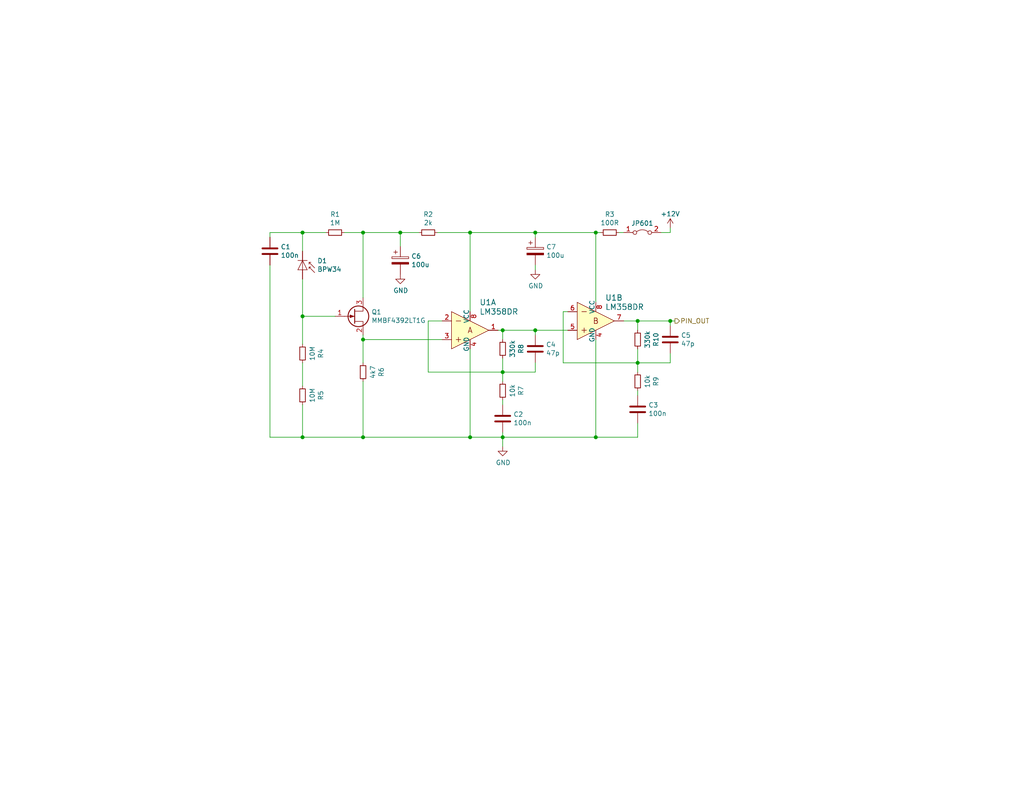
<source format=kicad_sch>
(kicad_sch (version 20230121) (generator eeschema)
  (paper "USLetter")
  (lib_symbols
    (symbol "Device:C" (pin_numbers hide) (pin_names (offset 0.254))
      (property "Reference" "C" (at 0.635 2.54 0))
      (property "Value" "C" (at 0.635 -2.54 0))
      (symbol "C_0_1"
        (polyline (pts (xy -2.032 -0.762) (xy 2.032 -0.762)) (stroke (width 0.508)))
        (polyline (pts (xy -2.032 0.762) (xy 2.032 0.762)) (stroke (width 0.508)))
      )
      (symbol "C_1_1"
        (pin passive line (at 0 3.81 270) (length 2.794) (name "~") (number "1"))
        (pin passive line (at 0 -3.81 90) (length 2.794) (name "~") (number "2"))
      )
    )
    (symbol "Device:R_Small" (pin_numbers hide) (pin_names (offset 0.254) hide)
      (property "Reference" "R" (at 0.762 0.508 0))
      (property "Value" "R_Small" (at 0.762 -1.016 0))
      (symbol "R_Small_0_1"
        (rectangle (start -0.762 1.778) (end 0.762 -1.778) (stroke (width 0.2032)))
      )
      (symbol "R_Small_1_1"
        (pin passive line (at 0 2.54 270) (length 0.762) (name "~") (number "1"))
        (pin passive line (at 0 -2.54 90) (length 0.762) (name "~") (number "2"))
      )
    )
    (symbol "Jumper:Jumper_2_Bridged" (pin_names (offset 0) hide)
      (property "Reference" "JP" (at 0 1.905 0))
      (property "Value" "Jumper_2_Bridged" (at 0 -2.54 0))
      (symbol "Jumper_2_Bridged_0_0"
        (circle (center -2.032 0) (radius 0.508))
        (circle (center 2.032 0) (radius 0.508))
      )
      (symbol "Jumper_2_Bridged_0_1"
        (arc (start 1.524 0.254) (mid 0 0.762) (end -1.524 0.254))
      )
      (symbol "Jumper_2_Bridged_1_1"
        (pin passive line (at -5.08 0 0) (length 2.54) (name "A") (number "1"))
        (pin passive line (at 5.08 0 180) (length 2.54) (name "B") (number "2"))
      )
    )
    (symbol "PIN_Radiation_Detector-rescue:CP-Device" (pin_numbers hide) (pin_names (offset 0.254))
      (property "Reference" "C" (at 0.635 2.54 0))
      (property "Value" "CP-Device" (at 0.635 -2.54 0))
      (symbol "CP-Device_0_1"
        (rectangle (start -2.286 0.508) (end 2.286 1.016))
        (polyline (pts (xy -1.778 2.286) (xy -0.762 2.286)))
        (polyline (pts (xy -1.27 2.794) (xy -1.27 1.778)))
        (rectangle (start 2.286 -0.508) (end -2.286 -1.016) (fill (type outline)))
      )
      (symbol "CP-Device_1_1"
        (pin passive line (at 0 3.81 270) (length 2.794) (name "~") (number "1"))
        (pin passive line (at 0 -3.81 90) (length 2.794) (name "~") (number "2"))
      )
    )
    (symbol "PIN_Radiation_Detector-rescue:LM358DR-dk_Linear-Amplifiers-Instrumentation-OP-Amps-Buffer-Amps" (pin_names (offset 0))
      (property "Reference" "U" (at -5.08 7.62 0))
      (property "Value" "LM358DR-dk_Linear-Amplifiers-Instrumentation-OP-Amps-Buffer-Amps" (at 2.54 -5.08 0))
      (symbol "LM358DR-dk_Linear-Amplifiers-Instrumentation-OP-Amps-Buffer-Amps_0_0"
        (polyline (pts (xy -3.81 -2.54) (xy -2.54 -2.54)))
        (polyline (pts (xy -3.81 2.54) (xy -2.54 2.54)))
        (polyline (pts (xy -3.175 -1.905) (xy -3.175 -3.175)))
        (polyline (pts (xy -5.08 5.08) (xy -5.08 -5.08) (xy 5.08 0) (xy -5.08 5.08)) (fill (type background)))
      )
      (symbol "LM358DR-dk_Linear-Amplifiers-Instrumentation-OP-Amps-Buffer-Amps_1_0"
        (text "A" (at 0 0 0) (effects (font (size 1.524 1.524))))
      )
      (symbol "LM358DR-dk_Linear-Amplifiers-Instrumentation-OP-Amps-Buffer-Amps_1_1"
        (pin output line (at 7.62 0 180) (length 2.54) (name "~") (number "1"))
        (pin input line (at -7.62 2.54 0) (length 2.54) (name "~") (number "2"))
        (pin input line (at -7.62 -2.54 0) (length 2.54) (name "~") (number "3"))
        (pin power_in line (at 0 -5.08 90) (length 2.54) (name "GND") (number "4"))
        (pin power_in line (at 0 5.08 270) (length 2.54) (name "VCC") (number "8"))
      )
      (symbol "LM358DR-dk_Linear-Amplifiers-Instrumentation-OP-Amps-Buffer-Amps_2_0"
        (text "B" (at 0 0 0) (effects (font (size 1.524 1.524))))
      )
      (symbol "LM358DR-dk_Linear-Amplifiers-Instrumentation-OP-Amps-Buffer-Amps_2_1"
        (pin power_in line (at 0 -5.08 90) (length 2.54) (name "GND") (number "4"))
        (pin input line (at -7.62 -2.54 0) (length 2.54) (name "~") (number "5"))
        (pin input line (at -7.62 2.54 0) (length 2.54) (name "~") (number "6"))
        (pin output line (at 7.62 0 180) (length 2.54) (name "~") (number "7"))
        (pin power_in line (at 0 5.08 270) (length 2.54) (name "VCC") (number "8"))
      )
    )
    (symbol "Sensor_Optical:BPW34" (pin_numbers hide) (pin_names (offset 1.016) hide)
      (property "Reference" "D" (at 0.508 1.778 0))
      (property "Value" "BPW34" (at -1.016 -2.794 0))
      (symbol "BPW34_0_1"
        (polyline (pts (xy -2.54 1.27) (xy -2.54 -1.27)) (stroke (width 0.1524)))
        (polyline (pts (xy -2.032 1.778) (xy -1.524 1.778)))
        (polyline (pts (xy 0 -1.27) (xy 0 1.27)))
        (polyline (pts (xy 0 0) (xy -2.54 0)))
        (polyline (pts (xy -0.508 3.302) (xy -2.032 1.778) (xy -2.032 2.286)))
        (polyline (pts (xy 0 1.27) (xy -2.54 0) (xy 0 -1.27)))
        (polyline (pts (xy 0.762 3.302) (xy -0.762 1.778) (xy -0.762 2.286) (xy -0.762 1.778) (xy -0.254 1.778)))
      )
      (symbol "BPW34_1_1"
        (pin passive line (at -5.08 0 0) (length 2.54) (name "K") (number "1"))
        (pin passive line (at 2.54 0 180) (length 2.54) (name "A") (number "2"))
      )
    )
    (symbol "Transistor_FET:BF245B" (pin_names hide)
      (property "Reference" "Q" (at 5.08 1.905 0))
      (property "Value" "BF245B" (at 5.08 0 0))
      (symbol "BF245B_0_1"
        (polyline (pts (xy 0.254 0) (xy -2.54 0)))
        (polyline (pts (xy 0.254 1.905) (xy 0.254 -1.905)) (stroke (width 0.254)))
        (polyline (pts (xy 2.54 -2.54) (xy 2.54 -1.397) (xy 0.254 -1.397)))
        (polyline (pts (xy 2.54 2.54) (xy 2.54 1.397) (xy 0.254 1.397)))
        (polyline (pts (xy 0 0) (xy -1.016 0.381) (xy -1.016 -0.381) (xy 0 0)) (fill (type outline)))
        (circle (center 1.27 0) (radius 2.8194) (stroke (width 0.254)))
      )
      (symbol "BF245B_1_1"
        (pin input line (at -5.08 0 0) (length 2.54) (name "G") (number "1"))
        (pin passive line (at 2.54 -5.08 90) (length 2.54) (name "S") (number "2"))
        (pin passive line (at 2.54 5.08 270) (length 2.54) (name "D") (number "3"))
      )
    )
    (symbol "power:+12V" (power) (pin_names (offset 0))
      (property "Value" "+12V" (at 0 3.556 0))
      (symbol "+12V_0_1"
        (polyline (pts (xy -0.762 1.27) (xy 0 2.54)))
        (polyline (pts (xy 0 0) (xy 0 2.54)))
        (polyline (pts (xy 0 2.54) (xy 0.762 1.27)))
      )
      (symbol "+12V_1_1"
        (pin power_in line (at 0 0 90) (length 0) hide (name "+12V") (number "1"))
      )
    )
    (symbol "power:GND" (power) (pin_names (offset 0))
      (property "Value" "GND" (at 0 -3.81 0))
      (symbol "GND_0_1"
        (polyline (pts (xy 0 0) (xy 0 -1.27) (xy 1.27 -1.27) (xy 0 -2.54) (xy -1.27 -1.27) (xy 0 -1.27)))
      )
      (symbol "GND_1_1"
        (pin power_in line (at 0 0 270) (length 0) hide (name "GND") (number "1"))
      )
    )
  )
  (junction (at 109.22 63.5))
  (junction (at 82.55 86.36))
  (junction (at 173.99 87.63))
  (junction (at 137.16 101.6))
  (junction (at 99.06 63.5))
  (junction (at 146.05 63.5))
  (junction (at 182.88 87.63))
  (junction (at 128.27 63.5))
  (junction (at 99.06 92.71))
  (junction (at 128.27 119.38))
  (junction (at 137.16 90.17))
  (junction (at 162.56 119.38))
  (junction (at 162.56 63.5))
  (junction (at 99.06 119.38))
  (junction (at 173.99 99.06))
  (junction (at 146.05 90.17))
  (junction (at 82.55 63.5))
  (junction (at 137.16 119.38))
  (junction (at 82.55 119.38))
  (wire (pts (xy 153.67 85.09) (xy 153.67 99.06)))
  (wire (pts (xy 119.38 63.5) (xy 128.27 63.5)))
  (wire (pts (xy 109.22 67.31) (xy 109.22 63.5)))
  (wire (pts (xy 182.88 99.06) (xy 173.99 99.06)))
  (wire (pts (xy 128.27 63.5) (xy 146.05 63.5)))
  (wire (pts (xy 146.05 72.39) (xy 146.05 73.66)))
  (wire (pts (xy 137.16 101.6) (xy 137.16 104.14)))
  (wire (pts (xy 82.55 86.36) (xy 82.55 93.98)))
  (wire (pts (xy 99.06 119.38) (xy 128.27 119.38)))
  (wire (pts (xy 109.22 63.5) (xy 114.3 63.5)))
  (wire (pts (xy 99.06 81.28) (xy 99.06 63.5)))
  (wire (pts (xy 180.34 63.5) (xy 182.88 63.5)))
  (wire (pts (xy 116.84 87.63) (xy 116.84 101.6)))
  (wire (pts (xy 73.66 72.39) (xy 73.66 119.38)))
  (wire (pts (xy 91.44 86.36) (xy 82.55 86.36)))
  (wire (pts (xy 137.16 118.11) (xy 137.16 119.38)))
  (wire (pts (xy 146.05 101.6) (xy 146.05 99.06)))
  (wire (pts (xy 154.94 85.09) (xy 153.67 85.09)))
  (wire (pts (xy 168.91 63.5) (xy 170.18 63.5)))
  (wire (pts (xy 146.05 64.77) (xy 146.05 63.5)))
  (wire (pts (xy 162.56 63.5) (xy 163.83 63.5)))
  (wire (pts (xy 82.55 63.5) (xy 88.9 63.5)))
  (wire (pts (xy 128.27 119.38) (xy 137.16 119.38)))
  (wire (pts (xy 137.16 119.38) (xy 162.56 119.38)))
  (wire (pts (xy 184.15 87.63) (xy 182.88 87.63)))
  (wire (pts (xy 128.27 95.25) (xy 128.27 119.38)))
  (wire (pts (xy 120.65 87.63) (xy 116.84 87.63)))
  (wire (pts (xy 173.99 99.06) (xy 173.99 101.6)))
  (wire (pts (xy 173.99 106.68) (xy 173.99 107.95)))
  (wire (pts (xy 73.66 119.38) (xy 82.55 119.38)))
  (wire (pts (xy 137.16 110.49) (xy 137.16 109.22)))
  (wire (pts (xy 182.88 87.63) (xy 182.88 88.9)))
  (wire (pts (xy 162.56 119.38) (xy 173.99 119.38)))
  (wire (pts (xy 162.56 92.71) (xy 162.56 119.38)))
  (wire (pts (xy 170.18 87.63) (xy 173.99 87.63)))
  (wire (pts (xy 137.16 90.17) (xy 146.05 90.17)))
  (wire (pts (xy 146.05 101.6) (xy 137.16 101.6)))
  (wire (pts (xy 99.06 63.5) (xy 109.22 63.5)))
  (wire (pts (xy 146.05 63.5) (xy 162.56 63.5)))
  (wire (pts (xy 162.56 63.5) (xy 162.56 82.55)))
  (wire (pts (xy 82.55 119.38) (xy 99.06 119.38)))
  (wire (pts (xy 99.06 92.71) (xy 99.06 99.06)))
  (wire (pts (xy 153.67 99.06) (xy 173.99 99.06)))
  (wire (pts (xy 137.16 97.79) (xy 137.16 101.6)))
  (wire (pts (xy 116.84 101.6) (xy 137.16 101.6)))
  (wire (pts (xy 135.89 90.17) (xy 137.16 90.17)))
  (wire (pts (xy 137.16 119.38) (xy 137.16 121.92)))
  (wire (pts (xy 82.55 86.36) (xy 82.55 76.2)))
  (wire (pts (xy 146.05 90.17) (xy 146.05 91.44)))
  (wire (pts (xy 182.88 63.5) (xy 182.88 62.23)))
  (wire (pts (xy 173.99 87.63) (xy 173.99 90.17)))
  (wire (pts (xy 173.99 99.06) (xy 173.99 95.25)))
  (wire (pts (xy 99.06 91.44) (xy 99.06 92.71)))
  (wire (pts (xy 128.27 63.5) (xy 128.27 85.09)))
  (wire (pts (xy 99.06 104.14) (xy 99.06 119.38)))
  (wire (pts (xy 137.16 90.17) (xy 137.16 92.71)))
  (wire (pts (xy 182.88 99.06) (xy 182.88 96.52)))
  (wire (pts (xy 99.06 92.71) (xy 120.65 92.71)))
  (wire (pts (xy 99.06 63.5) (xy 93.98 63.5)))
  (wire (pts (xy 82.55 99.06) (xy 82.55 105.41)))
  (wire (pts (xy 82.55 68.58) (xy 82.55 63.5)))
  (wire (pts (xy 173.99 115.57) (xy 173.99 119.38)))
  (wire (pts (xy 146.05 90.17) (xy 154.94 90.17)))
  (wire (pts (xy 173.99 87.63) (xy 182.88 87.63)))
  (wire (pts (xy 73.66 64.77) (xy 73.66 63.5)))
  (wire (pts (xy 82.55 110.49) (xy 82.55 119.38)))
  (wire (pts (xy 73.66 63.5) (xy 82.55 63.5)))
  (hierarchical_label "PIN_OUT" (shape output) (at 184.15 87.63 0))
  (symbol (lib_id "power:+12V") (at 182.88 62.23 0) (unit 1)
    (property "Reference" "#PWR0607" (effects hide))
    (property "Value" "+12V" (at 182.88 58.42 0))
    (instances (project "BIRDS-X-PCB" (path "" (reference "#PWR0607") (unit 1)) (path "" (reference "#PWR0704") (unit 1)) (path "" (reference "#PWR0804") (unit 1)) (path "" (reference "#PWR0904") (unit 1))))
  )
  (symbol (lib_id "Device:C") (at 137.16 114.3 0) (unit 1)
    (property "Reference" "C2" (at 140.081 113.1316 0) (effects (justify left)))
    (property "Value" "100n" (at 140.081 115.443 0) (effects (justify left)))
    (property "Footprint" "Capacitor_SMD:C_0603_1608Metric_Pad1.08x0.95mm_HandSolder" (effects hide))
    (property "Datasheet" "http://www.samsungsem.com/kr/support/product-search/mlcc/__icsFiles/afieldfile/2019/06/18/CL10B104KA8NNNC-19.pdf~" (effects hide))
    (instances (project "PIN_Radiation_Detector" (path "" (reference "C2") (unit 1))) (project "BIRDS-X-PCB" (path "" (reference "C605") (unit 1)) (path "" (reference "C703") (unit 1)) (path "" (reference "C803") (unit 1)) (path "" (reference "C903") (unit 1))))
  )
  (symbol (lib_id "Device:R_Small") (at 173.99 92.71 180) (unit 1)
    (property "Reference" "R10" (at 178.9684 92.71 90))
    (property "Value" "330k" (at 176.657 92.71 90))
    (property "Footprint" "Resistor_SMD:R_0603_1608Metric_Pad0.98x0.95mm_HandSolder" (effects hide))
    (instances (project "PIN_Radiation_Detector" (path "" (reference "R10") (unit 1))) (project "BIRDS-X-PCB" (path "" (reference "R617") (unit 1)) (path "" (reference "R709") (unit 1)) (path "" (reference "R809") (unit 1)) (path "" (reference "R909") (unit 1))))
  )
  (symbol (lib_id "Device:R_Small") (at 82.55 96.52 180) (unit 1)
    (property "Reference" "R4" (at 87.5284 96.52 90))
    (property "Value" "10M" (at 85.217 96.52 90))
    (property "Footprint" "Resistor_SMD:R_0603_1608Metric_Pad0.98x0.95mm_HandSolder" (effects hide))
    (instances (project "PIN_Radiation_Detector" (path "" (reference "R4") (unit 1))) (project "BIRDS-X-PCB" (path "" (reference "R601") (unit 1)) (path "" (reference "R701") (unit 1)) (path "" (reference "R801") (unit 1)) (path "" (reference "R901") (unit 1))))
  )
  (symbol (lib_id "Device:R_Small") (at 137.16 106.68 180) (unit 1)
    (property "Reference" "R7" (at 142.1384 106.68 90))
    (property "Value" "10k" (at 139.827 106.68 90))
    (property "Footprint" "Resistor_SMD:R_0603_1608Metric_Pad0.98x0.95mm_HandSolder" (effects hide))
    (instances (project "PIN_Radiation_Detector" (path "" (reference "R7") (unit 1))) (project "BIRDS-X-PCB" (path "" (reference "R612") (unit 1)) (path "" (reference "R707") (unit 1)) (path "" (reference "R807") (unit 1)) (path "" (reference "R907") (unit 1))))
  )
  (symbol (lib_id "Device:C") (at 73.66 68.58 0) (unit 1)
    (property "Reference" "C1" (at 76.581 67.4116 0) (effects (justify left)))
    (property "Value" "100n" (at 76.581 69.723 0) (effects (justify left)))
    (property "Footprint" "Capacitor_SMD:C_0603_1608Metric_Pad1.08x0.95mm_HandSolder" (effects hide))
    (property "Datasheet" "http://www.samsungsem.com/kr/support/product-search/mlcc/__icsFiles/afieldfile/2019/06/18/CL10B104KA8NNNC-19.pdf~" (effects hide))
    (instances (project "PIN_Radiation_Detector" (path "" (reference "C1") (unit 1))) (project "BIRDS-X-PCB" (path "" (reference "C601") (unit 1)) (path "" (reference "C701") (unit 1)) (path "" (reference "C801") (unit 1)) (path "" (reference "C901") (unit 1))))
  )
  (symbol (lib_id "Device:C") (at 182.88 92.71 0) (unit 1)
    (property "Reference" "C5" (at 185.801 91.5416 0) (effects (justify left)))
    (property "Value" "47p" (at 185.801 93.853 0) (effects (justify left)))
    (property "Footprint" "Capacitor_SMD:C_0603_1608Metric_Pad1.08x0.95mm_HandSolder" (effects hide))
    (property "Datasheet" "https://katalog.we-online.de/pbs/datasheet/885012006036.pdf" (effects hide))
    (instances (project "PIN_Radiation_Detector" (path "" (reference "C5") (unit 1))) (project "BIRDS-X-PCB" (path "" (reference "C613") (unit 1)) (path "" (reference "C707") (unit 1)) (path "" (reference "C807") (unit 1)) (path "" (reference "C907") (unit 1))))
  )
  (symbol (lib_id "Device:R_Small") (at 82.55 107.95 180) (unit 1)
    (property "Reference" "R5" (at 87.5284 107.95 90))
    (property "Value" "10M" (at 85.217 107.95 90))
    (property "Footprint" "Resistor_SMD:R_0603_1608Metric_Pad0.98x0.95mm_HandSolder" (effects hide))
    (instances (project "PIN_Radiation_Detector" (path "" (reference "R5") (unit 1))) (project "BIRDS-X-PCB" (path "" (reference "R602") (unit 1)) (path "" (reference "R702") (unit 1)) (path "" (reference "R802") (unit 1)) (path "" (reference "R902") (unit 1))))
  )
  (symbol (lib_id "Sensor_Optical:BPW34") (at 82.55 73.66 270) (unit 1)
    (property "Reference" "D1" (at 86.5632 71.2216 90) (effects (justify left)))
    (property "Value" "BPW34" (at 86.5632 73.533 90) (effects (justify left)))
    (property "Footprint" "OptoDevice:Osram_DIL2_4.3x4.65mm_P5.08mm" (effects hide))
    (property "Datasheet" "http://www.vishay.com/docs/81521/bpw34.pdf" (effects hide))
    (instances (project "PIN_Radiation_Detector" (path "" (reference "D1") (unit 1))) (project "BIRDS-X-PCB" (path "" (reference "D601") (unit 1)) (path "" (reference "D701") (unit 1)) (path "" (reference "D801") (unit 1)) (path "" (reference "D901") (unit 1))))
  )
  (symbol (lib_id "Device:R_Small") (at 99.06 101.6 180) (unit 1)
    (property "Reference" "R6" (at 104.0384 101.6 90))
    (property "Value" "4k7" (at 101.727 101.6 90))
    (property "Footprint" "Resistor_SMD:R_0603_1608Metric_Pad0.98x0.95mm_HandSolder" (effects hide))
    (instances (project "PIN_Radiation_Detector" (path "" (reference "R6") (unit 1))) (project "BIRDS-X-PCB" (path "" (reference "R607") (unit 1)) (path "" (reference "R704") (unit 1)) (path "" (reference "R804") (unit 1)) (path "" (reference "R904") (unit 1))))
  )
  (symbol (lib_id "PIN_Radiation_Detector-rescue:CP-Device") (at 109.22 71.12 0) (unit 1)
    (property "Reference" "C6" (at 112.2172 69.9516 0) (effects (justify left)))
    (property "Value" "100u" (at 112.2172 72.263 0) (effects (justify left)))
    (property "Footprint" "Capacitor_SMD:C_1206_3216Metric_Pad1.33x1.80mm_HandSolder" (effects hide))
    (property "Datasheet" "http://nichicon-us.com/english/products/pdfs/e-uwt.pdf" (effects hide))
    (instances (project "PIN_Radiation_Detector" (path "" (reference "C6") (unit 1))) (project "BIRDS-X-PCB" (path "" (reference "C603") (unit 1)) (path "" (reference "C702") (unit 1)) (path "" (reference "C802") (unit 1)) (path "" (reference "C902") (unit 1))))
  )
  (symbol (lib_id "Device:R_Small") (at 91.44 63.5 270) (unit 1)
    (property "Reference" "R1" (at 91.44 58.5216 90))
    (property "Value" "1M" (at 91.44 60.833 90))
    (property "Footprint" "Resistor_SMD:R_0603_1608Metric_Pad0.98x0.95mm_HandSolder" (effects hide))
    (instances (project "PIN_Radiation_Detector" (path "" (reference "R1") (unit 1))) (project "BIRDS-X-PCB" (path "" (reference "R605") (unit 1)) (path "" (reference "R703") (unit 1)) (path "" (reference "R803") (unit 1)) (path "" (reference "R903") (unit 1))))
  )
  (symbol (lib_id "PIN_Radiation_Detector-rescue:LM358DR-dk_Linear-Amplifiers-Instrumentation-OP-Amps-Buffer-Amps") (at 162.56 87.63 0) (unit 2)
    (property "Reference" "U1" (at 165.1 81.28 0) (effects (font (size 1.524 1.524)) (justify left)))
    (property "Value" "LM358DR" (at 165.1 83.82 0) (effects (font (size 1.524 1.524)) (justify left)))
    (property "Footprint" "Package_SO:SOIC-8_3.9x4.9mm_P1.27mm" (effects hide))
    (property "Datasheet" "http://www.ti.com/general/docs/suppproductinfo.tsp?distId=10&gotoUrl=http%3A%2F%2Fwww.ti.com%2Flit%2Fgpn%2Flm358" (effects hide))
    (property "Digi-Key_PN" "296-1014-1-ND" (effects hide))
    (property "MPN" "LM358DR" (effects hide))
    (property "Category" "Integrated Circuits (ICs)" (effects hide))
    (property "Family" "Linear - Amplifiers - Instrumentation, OP Amps, Buffer Amps" (effects hide))
    (property "DK_Datasheet_Link" "http://www.ti.com/general/docs/suppproductinfo.tsp?distId=10&gotoUrl=http%3A%2F%2Fwww.ti.com%2Flit%2Fgpn%2Flm358" (effects hide))
    (property "DK_Detail_Page" "/product-detail/en/texas-instruments/LM358DR/296-1014-1-ND/404838" (effects hide))
    (property "Description" "IC OPAMP GP 2 CIRCUIT 8SOIC" (effects hide))
    (property "Manufacturer" "Texas Instruments" (effects hide))
    (property "Status" "Active" (effects hide))
    (instances (project "PIN_Radiation_Detector" (path "" (reference "U1") (unit 2))) (project "BIRDS-X-PCB" (path "" (reference "U601") (unit 2)) (path "" (reference "U701") (unit 2)) (path "" (reference "U801") (unit 2)) (path "" (reference "U901") (unit 2))))
  )
  (symbol (lib_id "power:GND") (at 146.05 73.66 0) (unit 1)
    (property "Reference" "#PWR0102" (effects hide))
    (property "Value" "GND" (at 146.177 78.0542 0))
    (instances (project "PIN_Radiation_Detector" (path "" (reference "#PWR0102") (unit 1))) (project "BIRDS-X-PCB" (path "" (reference "#PWR0605") (unit 1)) (path "" (reference "#PWR0703") (unit 1)) (path "" (reference "#PWR0803") (unit 1)) (path "" (reference "#PWR0903") (unit 1))))
  )
  (symbol (lib_id "PIN_Radiation_Detector-rescue:LM358DR-dk_Linear-Amplifiers-Instrumentation-OP-Amps-Buffer-Amps") (at 128.27 90.17 0) (unit 1)
    (property "Reference" "U1" (at 130.81 82.55 0) (effects (font (size 1.524 1.524)) (justify left)))
    (property "Value" "LM358DR" (at 130.81 85.09 0) (effects (font (size 1.524 1.524)) (justify left)))
    (property "Footprint" "Package_SO:SOIC-8_3.9x4.9mm_P1.27mm" (effects hide))
    (property "Datasheet" "http://www.ti.com/general/docs/suppproductinfo.tsp?distId=10&gotoUrl=http%3A%2F%2Fwww.ti.com%2Flit%2Fgpn%2Flm358" (effects hide))
    (property "Digi-Key_PN" "296-1014-1-ND" (effects hide))
    (property "MPN" "LM358DR" (effects hide))
    (property "Category" "Integrated Circuits (ICs)" (effects hide))
    (property "Family" "Linear - Amplifiers - Instrumentation, OP Amps, Buffer Amps" (effects hide))
    (property "DK_Datasheet_Link" "http://www.ti.com/general/docs/suppproductinfo.tsp?distId=10&gotoUrl=http%3A%2F%2Fwww.ti.com%2Flit%2Fgpn%2Flm358" (effects hide))
    (property "DK_Detail_Page" "/product-detail/en/texas-instruments/LM358DR/296-1014-1-ND/404838" (effects hide))
    (property "Description" "IC OPAMP GP 2 CIRCUIT 8SOIC" (effects hide))
    (property "Manufacturer" "Texas Instruments" (effects hide))
    (property "Status" "Active" (effects hide))
    (instances (project "PIN_Radiation_Detector" (path "" (reference "U1") (unit 1))) (project "BIRDS-X-PCB" (path "" (reference "U601") (unit 1)) (path "" (reference "U701") (unit 1)) (path "" (reference "U801") (unit 1)) (path "" (reference "U901") (unit 1))))
  )
  (symbol (lib_id "Device:R_Small") (at 137.16 95.25 180) (unit 1)
    (property "Reference" "R8" (at 142.1384 95.25 90))
    (property "Value" "330k" (at 139.827 95.25 90))
    (property "Footprint" "Resistor_SMD:R_0603_1608Metric_Pad0.98x0.95mm_HandSolder" (effects hide))
    (instances (project "PIN_Radiation_Detector" (path "" (reference "R8") (unit 1))) (project "BIRDS-X-PCB" (path "" (reference "R611") (unit 1)) (path "" (reference "R706") (unit 1)) (path "" (reference "R806") (unit 1)) (path "" (reference "R906") (unit 1))))
  )
  (symbol (lib_id "Device:C") (at 146.05 95.25 0) (unit 1)
    (property "Reference" "C4" (at 148.971 94.0816 0) (effects (justify left)))
    (property "Value" "47p" (at 148.971 96.393 0) (effects (justify left)))
    (property "Footprint" "Capacitor_SMD:C_0603_1608Metric_Pad1.08x0.95mm_HandSolder" (effects hide))
    (property "Datasheet" "https://katalog.we-online.de/pbs/datasheet/885012006036.pdf" (effects hide))
    (instances (project "PIN_Radiation_Detector" (path "" (reference "C4") (unit 1))) (project "BIRDS-X-PCB" (path "" (reference "C608") (unit 1)) (path "" (reference "C705") (unit 1)) (path "" (reference "C805") (unit 1)) (path "" (reference "C905") (unit 1))))
  )
  (symbol (lib_id "Jumper:Jumper_2_Bridged") (at 175.26 63.5 0) (unit 1)
    (property "Reference" "JP601" (at 175.26 60.96 0))
    (property "Value" "Jumper_2_Bridged" (effects hide))
    (property "Footprint" "Jumper:SolderJumper-2_P1.3mm_Open_RoundedPad1.0x1.5mm" (effects hide))
    (instances (project "BIRDS-X-PCB" (path "" (reference "JP601") (unit 1)) (path "" (reference "JP701") (unit 1)) (path "" (reference "JP801") (unit 1)) (path "" (reference "JP901") (unit 1))))
  )
  (symbol (lib_id "Device:C") (at 173.99 111.76 0) (unit 1)
    (property "Reference" "C3" (at 176.911 110.5916 0) (effects (justify left)))
    (property "Value" "100n" (at 176.911 112.903 0) (effects (justify left)))
    (property "Footprint" "Capacitor_SMD:C_0603_1608Metric_Pad1.08x0.95mm_HandSolder" (effects hide))
    (property "Datasheet" "http://www.samsungsem.com/kr/support/product-search/mlcc/__icsFiles/afieldfile/2019/06/18/CL10B104KA8NNNC-19.pdf~" (effects hide))
    (instances (project "PIN_Radiation_Detector" (path "" (reference "C3") (unit 1))) (project "BIRDS-X-PCB" (path "" (reference "C611") (unit 1)) (path "" (reference "C706") (unit 1)) (path "" (reference "C806") (unit 1)) (path "" (reference "C906") (unit 1))))
  )
  (symbol (lib_id "power:GND") (at 137.16 121.92 0) (unit 1)
    (property "Reference" "#PWR0106" (effects hide))
    (property "Value" "GND" (at 137.287 126.3142 0))
    (instances (project "PIN_Radiation_Detector" (path "" (reference "#PWR0106") (unit 1))) (project "BIRDS-X-PCB" (path "" (reference "#PWR0603") (unit 1)) (path "" (reference "#PWR0702") (unit 1)) (path "" (reference "#PWR0802") (unit 1)) (path "" (reference "#PWR0902") (unit 1))))
  )
  (symbol (lib_id "PIN_Radiation_Detector-rescue:CP-Device") (at 146.05 68.58 0) (unit 1)
    (property "Reference" "C7" (at 149.0472 67.4116 0) (effects (justify left)))
    (property "Value" "100u" (at 149.0472 69.723 0) (effects (justify left)))
    (property "Footprint" "Capacitor_SMD:C_1206_3216Metric_Pad1.33x1.80mm_HandSolder" (effects hide))
    (property "Datasheet" "http://nichicon-us.com/english/products/pdfs/e-uwt.pdf" (effects hide))
    (instances (project "PIN_Radiation_Detector" (path "" (reference "C7") (unit 1))) (project "BIRDS-X-PCB" (path "" (reference "C607") (unit 1)) (path "" (reference "C704") (unit 1)) (path "" (reference "C804") (unit 1)) (path "" (reference "C904") (unit 1))))
  )
  (symbol (lib_id "power:GND") (at 109.22 74.93 0) (unit 1)
    (property "Reference" "#PWR0101" (effects hide))
    (property "Value" "GND" (at 109.347 79.3242 0))
    (instances (project "PIN_Radiation_Detector" (path "" (reference "#PWR0101") (unit 1))) (project "BIRDS-X-PCB" (path "" (reference "#PWR0601") (unit 1)) (path "" (reference "#PWR0701") (unit 1)) (path "" (reference "#PWR0801") (unit 1)) (path "" (reference "#PWR0901") (unit 1))))
  )
  (symbol (lib_id "Device:R_Small") (at 166.37 63.5 270) (unit 1)
    (property "Reference" "R3" (at 166.37 58.5216 90))
    (property "Value" "100R" (at 166.37 60.833 90))
    (property "Footprint" "Resistor_SMD:R_0603_1608Metric_Pad0.98x0.95mm_HandSolder" (effects hide))
    (instances (project "PIN_Radiation_Detector" (path "" (reference "R3") (unit 1))) (project "BIRDS-X-PCB" (path "" (reference "R615") (unit 1)) (path "" (reference "R708") (unit 1)) (path "" (reference "R808") (unit 1)) (path "" (reference "R908") (unit 1))))
  )
  (symbol (lib_id "Device:R_Small") (at 116.84 63.5 270) (unit 1)
    (property "Reference" "R2" (at 116.84 58.5216 90))
    (property "Value" "2k" (at 116.84 60.833 90))
    (property "Footprint" "Resistor_SMD:R_0603_1608Metric_Pad0.98x0.95mm_HandSolder" (effects hide))
    (instances (project "PIN_Radiation_Detector" (path "" (reference "R2") (unit 1))) (project "BIRDS-X-PCB" (path "" (reference "R609") (unit 1)) (path "" (reference "R705") (unit 1)) (path "" (reference "R805") (unit 1)) (path "" (reference "R905") (unit 1))))
  )
  (symbol (lib_id "Transistor_FET:BF245B") (at 96.52 86.36 0) (unit 1)
    (property "Reference" "Q1" (at 101.346 85.1916 0) (effects (justify left)))
    (property "Value" "MMBF4392LT1G" (at 101.346 87.503 0) (effects (justify left)))
    (property "Footprint" "Package_TO_SOT_SMD:SOT-23" (effects hide))
    (property "Datasheet" "https://www.onsemi.com/pub/Collateral/MMBF4391LT1-D.PDF" (effects hide))
    (instances (project "PIN_Radiation_Detector" (path "" (reference "Q1") (unit 1))) (project "BIRDS-X-PCB" (path "" (reference "Q601") (unit 1)) (path "" (reference "Q701") (unit 1)) (path "" (reference "Q801") (unit 1)) (path "" (reference "Q901") (unit 1))))
  )
  (symbol (lib_id "Device:R_Small") (at 173.99 104.14 180) (unit 1)
    (property "Reference" "R9" (at 178.9684 104.14 90))
    (property "Value" "10k" (at 176.657 104.14 90))
    (property "Footprint" "Resistor_SMD:R_0603_1608Metric_Pad0.98x0.95mm_HandSolder" (effects hide))
    (instances (project "PIN_Radiation_Detector" (path "" (reference "R9") (unit 1))) (project "BIRDS-X-PCB" (path "" (reference "R618") (unit 1)) (path "" (reference "R710") (unit 1)) (path "" (reference "R810") (unit 1)) (path "" (reference "R910") (unit 1))))
  )
)
</source>
